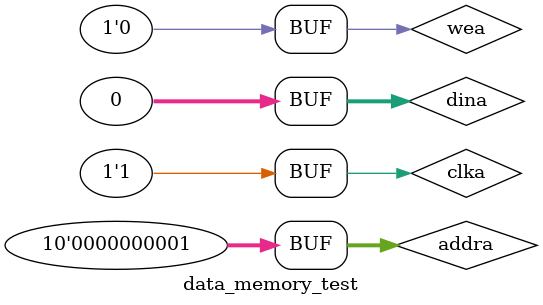
<source format=v>
`timescale 1ns / 1ps


module data_memory_test;

	// Inputs
	reg clka;
	reg [0:0] wea;
	reg [9:0] addra;
	reg [31:0] dina;

	// Outputs
	wire [31:0] douta;

	// Instantiate the Unit Under Test (UUT)
	data_memory uut (
		.clka(clka), 
		.wea(wea), 
		.addra(addra), 
		.dina(dina), 
		.douta(douta)
	);

	initial begin
				// Wait 100 ns for global reset to finish
		#100;
		clka = 1;
		wea = 1;
		addra = 1;
		dina = 65535;
		
		#100;
		clka = 0;
		wea = 0;
		addra = 0;
		dina = 0;
		
		#100;
		clka = 1;
		wea = 0;
		addra = 1;
		dina = 0;
		
		#100;
		clka = 0;
		#100;
		clka = 1;
      end
endmodule


</source>
